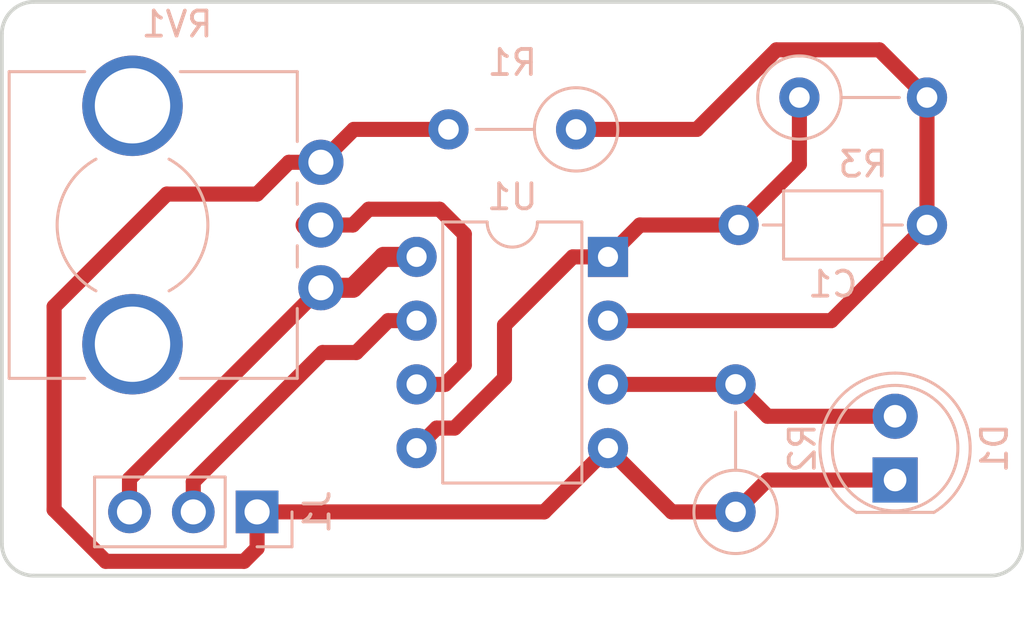
<source format=kicad_pcb>
(kicad_pcb (version 20170123) (host pcbnew "(2017-05-30 revision 8a82c9341)-master")

  (general
    (links 17)
    (no_connects 0)
    (area 140.224999 46.3025 182.2025 73.038333)
    (thickness 1.54)
    (drawings 8)
    (tracks 59)
    (zones 0)
    (modules 8)
    (nets 8)
  )

  (page A4)
  (layers
    (0 F.Cu signal)
    (31 B.Cu signal)
    (32 B.Adhes user)
    (34 B.Paste user)
    (36 B.SilkS user)
    (38 B.Mask user)
    (40 Dwgs.User user)
    (41 Cmts.User user)
    (42 Eco1.User user)
    (43 Eco2.User user)
    (44 Edge.Cuts user)
    (45 Margin user)
    (46 B.CrtYd user)
    (48 B.Fab user)
  )

  (setup
    (last_trace_width 0.6)
    (trace_clearance 0.82)
    (zone_clearance 0.508)
    (zone_45_only no)
    (trace_min 0.26)
    (segment_width 0.2)
    (edge_width 0.15)
    (via_size 0.83)
    (via_drill 0.82)
    (via_min_size 0.82)
    (via_min_drill 0.82)
    (uvia_size 0.3)
    (uvia_drill 0.1)
    (uvias_allowed no)
    (uvia_min_size 0.2)
    (uvia_min_drill 0.1)
    (pcb_text_width 0.3)
    (pcb_text_size 1.5 1.5)
    (mod_edge_width 0.15)
    (mod_text_size 1 1)
    (mod_text_width 0.15)
    (pad_size 4 4)
    (pad_drill 3)
    (pad_to_mask_clearance 0.2)
    (aux_axis_origin 0 0)
    (visible_elements FFFFFF7F)
    (pcbplotparams
      (layerselection 0x01000_7fffffff)
      (usegerberextensions false)
      (excludeedgelayer true)
      (linewidth 0.100000)
      (plotframeref false)
      (viasonmask false)
      (mode 1)
      (useauxorigin false)
      (hpglpennumber 1)
      (hpglpenspeed 20)
      (hpglpendiameter 15)
      (psnegative false)
      (psa4output false)
      (plotreference true)
      (plotvalue true)
      (plotinvisibletext false)
      (padsonsilk false)
      (subtractmaskfromsilk false)
      (outputformat 1)
      (mirror false)
      (drillshape 0)
      (scaleselection 1)
      (outputdirectory output/))
  )

  (net 0 "")
  (net 1 "Net-(C1-Pad2)")
  (net 2 GND)
  (net 3 "Net-(D1-Pad2)")
  (net 4 "Net-(C1-Pad1)")
  (net 5 "Net-(RV1-Pad2)")
  (net 6 +3V3)
  (net 7 /Vout)

  (net_class Default "This is the default net class."
    (clearance 0.82)
    (trace_width 0.6)
    (via_dia 0.83)
    (via_drill 0.82)
    (uvia_dia 0.3)
    (uvia_drill 0.1)
    (diff_pair_gap 0.82)
    (diff_pair_width 0.26)
    (add_net +3V3)
    (add_net /Vout)
    (add_net GND)
    (add_net "Net-(C1-Pad1)")
    (add_net "Net-(C1-Pad2)")
    (add_net "Net-(D1-Pad2)")
    (add_net "Net-(RV1-Pad2)")
  )

  (module Potentiometers:Potentiometer_Alps_RK09L_Sleve_Single_Horizontal (layer B.Cu) (tedit 58FC26CD) (tstamp 58FC3676)
    (at 153.67 58.38 180)
    (descr "Potentiometer, horizontally mounted, Omeg PC16PU, Omeg PC16PU, Omeg PC16PU, Vishay/Spectrol 248GJ/249GJ Single, Vishay/Spectrol 248GJ/249GJ Single, Vishay/Spectrol 248GJ/249GJ Single, Vishay/Spectrol 248GH/249GH Single, Vishay/Spectrol 148/149 Single, Vishay/Spectrol 148/149 Single, Vishay/Spectrol 148/149 Single, Vishay/Spectrol 148A/149A Single with mounting plates, Vishay/Spectrol 148/149 Double, Vishay/Spectrol 148A/149A Double with mounting plates, Piher PC-16 Single, Piher PC-16 Single, Piher PC-16 Single, Piher PC-16SV Single, Piher PC-16 Double, Piher PC-16 Triple, Piher T16H Single, Piher T16L Single, Piher T16H Double, Alps RK163 Single, Alps RK163 Double, Alps RK097 Single, Alps RK097 Double, Bourns PTV09A-2 Single with mounting sleve Single, Bourns PTV09A-1 with mounting sleve Single, Bourns PRS11S Single, Alps RK09K Single with mounting sleve Single, Alps RK09K with mounting sleve Single, Alps RK09L Single, Alps RK09L Single, http://www.alps.com/prod/info/E/HTML/Potentiometer/RotaryPotentiometers/RK09L/RK09L1140A5E.html")
    (tags "Potentiometer horizontal  Omeg PC16PU  Omeg PC16PU  Omeg PC16PU  Vishay/Spectrol 248GJ/249GJ Single  Vishay/Spectrol 248GJ/249GJ Single  Vishay/Spectrol 248GJ/249GJ Single  Vishay/Spectrol 248GH/249GH Single  Vishay/Spectrol 148/149 Single  Vishay/Spectrol 148/149 Single  Vishay/Spectrol 148/149 Single  Vishay/Spectrol 148A/149A Single with mounting plates  Vishay/Spectrol 148/149 Double  Vishay/Spectrol 148A/149A Double with mounting plates  Piher PC-16 Single  Piher PC-16 Single  Piher PC-16 Single  Piher PC-16SV Single  Piher PC-16 Double  Piher PC-16 Triple  Piher T16H Single  Piher T16L Single  Piher T16H Double  Alps RK163 Single  Alps RK163 Double  Alps RK097 Single  Alps RK097 Double  Bourns PTV09A-2 Single with mounting sleve Single  Bourns PTV09A-1 with mounting sleve Single  Bourns PRS11S Single  Alps RK09K Single with mounting sleve Single  Alps RK09K with mounting sleve Single  Alps RK09L Single  Alps RK09L Single")
    (path /58FBD677)
    (fp_text reference RV1 (at 5.725 10.5 180) (layer B.SilkS)
      (effects (font (size 1 1) (thickness 0.15)) (justify mirror))
    )
    (fp_text value POT (at 5.725 -5.5 180) (layer B.Fab)
      (effects (font (size 1 1) (thickness 0.15)) (justify mirror))
    )
    (fp_arc (start 7.5 2.5) (end 8.955 -0.124) (angle 122) (layer B.SilkS) (width 0.12))
    (fp_arc (start 7.5 2.5) (end 6.046 5.125) (angle 122) (layer B.SilkS) (width 0.12))
    (fp_circle (center 7.5 2.5) (end 12 2.5) (layer B.Fab) (width 0.1))
    (fp_circle (center 7.5 2.5) (end 10.5 2.5) (layer B.Fab) (width 0.1))
    (fp_line (start 1 8.55) (end 1 -3.55) (layer B.Fab) (width 0.1))
    (fp_line (start 1 -3.55) (end 12.35 -3.55) (layer B.Fab) (width 0.1))
    (fp_line (start 12.35 -3.55) (end 12.35 8.55) (layer B.Fab) (width 0.1))
    (fp_line (start 12.35 8.55) (end 1 8.55) (layer B.Fab) (width 0.1))
    (fp_line (start 0.94 8.61) (end 5.598 8.61) (layer B.SilkS) (width 0.12))
    (fp_line (start 9.403 8.61) (end 12.41 8.61) (layer B.SilkS) (width 0.12))
    (fp_line (start 0.94 -3.61) (end 5.598 -3.61) (layer B.SilkS) (width 0.12))
    (fp_line (start 9.403 -3.61) (end 12.41 -3.61) (layer B.SilkS) (width 0.12))
    (fp_line (start 0.94 8.61) (end 0.94 5.825) (layer B.SilkS) (width 0.12))
    (fp_line (start 0.94 4.175) (end 0.94 3.325) (layer B.SilkS) (width 0.12))
    (fp_line (start 0.94 1.675) (end 0.94 0.825) (layer B.SilkS) (width 0.12))
    (fp_line (start 0.94 -0.825) (end 0.94 -3.61) (layer B.SilkS) (width 0.12))
    (fp_line (start 12.41 8.61) (end 12.41 -3.61) (layer B.SilkS) (width 0.12))
    (fp_line (start -1.15 9.5) (end -1.15 -4.5) (layer B.CrtYd) (width 0.05))
    (fp_line (start -1.15 -4.5) (end 12.6 -4.5) (layer B.CrtYd) (width 0.05))
    (fp_line (start 12.6 -4.5) (end 12.6 9.5) (layer B.CrtYd) (width 0.05))
    (fp_line (start 12.6 9.5) (end -1.15 9.5) (layer B.CrtYd) (width 0.05))
    (pad 3 thru_hole circle (at 0 5 180) (size 1.8 1.8) (drill 1) (layers *.Cu *.Mask)
      (net 2 GND))
    (pad 2 thru_hole circle (at 0 2.5 180) (size 1.8 1.8) (drill 1) (layers *.Cu *.Mask)
      (net 5 "Net-(RV1-Pad2)"))
    (pad 1 thru_hole circle (at 0 0 180) (size 1.8 1.8) (drill 1) (layers *.Cu *.Mask)
      (net 6 +3V3))
    (pad "" np_thru_hole circle (at 7.5 7.25 180) (size 4 4) (drill 3) (layers *.Cu *.Mask))
    (pad "" np_thru_hole circle (at 7.5 -2.25 180) (size 4 4) (drill 3) (layers *.Cu *.Mask))
    (model Potentiometers.3dshapes/Potentiometer_Alps_RK09L_Sleve_Single_Horizontal.wrl
      (at (xyz 0 0 0))
      (scale (xyz 0.393701 0.393701 0.393701))
      (rotate (xyz 0 0 0))
    )
  )

  (module Housings_DIP:DIP-8_W7.62mm (layer B.Cu) (tedit 586281B4) (tstamp 5922C899)
    (at 165.1 57.15 180)
    (descr "8-lead dip package, row spacing 7.62 mm (300 mils)")
    (tags "DIL DIP PDIP 2.54mm 7.62mm 300mil")
    (path /58FBD66A)
    (fp_text reference U1 (at 3.81 2.39 180) (layer B.SilkS)
      (effects (font (size 1 1) (thickness 0.15)) (justify mirror))
    )
    (fp_text value LMC6482 (at 3.81 -10.01 180) (layer B.Fab)
      (effects (font (size 1 1) (thickness 0.15)) (justify mirror))
    )
    (fp_arc (start 3.81 1.39) (end 2.81 1.39) (angle 180) (layer B.SilkS) (width 0.12))
    (fp_line (start 1.635 1.27) (end 6.985 1.27) (layer B.Fab) (width 0.1))
    (fp_line (start 6.985 1.27) (end 6.985 -8.89) (layer B.Fab) (width 0.1))
    (fp_line (start 6.985 -8.89) (end 0.635 -8.89) (layer B.Fab) (width 0.1))
    (fp_line (start 0.635 -8.89) (end 0.635 0.27) (layer B.Fab) (width 0.1))
    (fp_line (start 0.635 0.27) (end 1.635 1.27) (layer B.Fab) (width 0.1))
    (fp_line (start 2.81 1.39) (end 1.04 1.39) (layer B.SilkS) (width 0.12))
    (fp_line (start 1.04 1.39) (end 1.04 -9.01) (layer B.SilkS) (width 0.12))
    (fp_line (start 1.04 -9.01) (end 6.58 -9.01) (layer B.SilkS) (width 0.12))
    (fp_line (start 6.58 -9.01) (end 6.58 1.39) (layer B.SilkS) (width 0.12))
    (fp_line (start 6.58 1.39) (end 4.81 1.39) (layer B.SilkS) (width 0.12))
    (fp_line (start -1.1 1.6) (end -1.1 -9.2) (layer B.CrtYd) (width 0.05))
    (fp_line (start -1.1 -9.2) (end 8.7 -9.2) (layer B.CrtYd) (width 0.05))
    (fp_line (start 8.7 -9.2) (end 8.7 1.6) (layer B.CrtYd) (width 0.05))
    (fp_line (start 8.7 1.6) (end -1.1 1.6) (layer B.CrtYd) (width 0.05))
    (pad 1 thru_hole rect (at 0 0 180) (size 1.6 1.6) (drill 0.8) (layers *.Cu *.Mask)
      (net 4 "Net-(C1-Pad1)"))
    (pad 5 thru_hole oval (at 7.62 -7.62 180) (size 1.6 1.6) (drill 0.8) (layers *.Cu *.Mask)
      (net 4 "Net-(C1-Pad1)"))
    (pad 2 thru_hole oval (at 0 -2.54 180) (size 1.6 1.6) (drill 0.8) (layers *.Cu *.Mask)
      (net 1 "Net-(C1-Pad2)"))
    (pad 6 thru_hole oval (at 7.62 -5.08 180) (size 1.6 1.6) (drill 0.8) (layers *.Cu *.Mask)
      (net 5 "Net-(RV1-Pad2)"))
    (pad 3 thru_hole oval (at 0 -5.08 180) (size 1.6 1.6) (drill 0.8) (layers *.Cu *.Mask)
      (net 3 "Net-(D1-Pad2)"))
    (pad 7 thru_hole oval (at 7.62 -2.54 180) (size 1.6 1.6) (drill 0.8) (layers *.Cu *.Mask)
      (net 7 /Vout))
    (pad 4 thru_hole oval (at 0 -7.62 180) (size 1.6 1.6) (drill 0.8) (layers *.Cu *.Mask)
      (net 2 GND))
    (pad 8 thru_hole oval (at 7.62 0 180) (size 1.6 1.6) (drill 0.8) (layers *.Cu *.Mask)
      (net 6 +3V3))
    (model Housings_DIP.3dshapes/DIP-8_W7.62mm.wrl
      (at (xyz 0 0 0))
      (scale (xyz 1 1 1))
      (rotate (xyz 0 0 0))
    )
  )

  (module Pin_Headers:Pin_Header_Straight_1x03_Pitch2.54mm (layer B.Cu) (tedit 593371E6) (tstamp 5908669A)
    (at 151.13 67.31 90)
    (descr "Through hole straight pin header, 1x03, 2.54mm pitch, single row")
    (tags "Through hole pin header THT 1x03 2.54mm single row")
    (path /58FC2403)
    (fp_text reference J1 (at 0 2.39 90) (layer B.SilkS)
      (effects (font (size 1 1) (thickness 0.15)) (justify mirror))
    )
    (fp_text value CONN_01X03 (at 0 -7.47 90) (layer B.Fab)
      (effects (font (size 1 1) (thickness 0.15)) (justify mirror))
    )
    (fp_line (start -1.27 1.27) (end -1.27 -6.35) (layer B.Fab) (width 0.1))
    (fp_line (start -1.27 -6.35) (end 1.27 -6.35) (layer B.Fab) (width 0.1))
    (fp_line (start 1.27 -6.35) (end 1.27 1.27) (layer B.Fab) (width 0.1))
    (fp_line (start 1.27 1.27) (end -1.27 1.27) (layer B.Fab) (width 0.1))
    (fp_line (start -1.39 -1.27) (end -1.39 -6.47) (layer B.SilkS) (width 0.12))
    (fp_line (start -1.39 -6.47) (end 1.39 -6.47) (layer B.SilkS) (width 0.12))
    (fp_line (start 1.39 -6.47) (end 1.39 -1.27) (layer B.SilkS) (width 0.12))
    (fp_line (start 1.39 -1.27) (end -1.39 -1.27) (layer B.SilkS) (width 0.12))
    (fp_line (start -1.39 0) (end -1.39 1.39) (layer B.SilkS) (width 0.12))
    (fp_line (start -1.39 1.39) (end 0 1.39) (layer B.SilkS) (width 0.12))
    (fp_line (start -1.6 1.6) (end -1.6 -6.6) (layer B.CrtYd) (width 0.05))
    (fp_line (start -1.6 -6.6) (end 1.6 -6.6) (layer B.CrtYd) (width 0.05))
    (fp_line (start 1.6 -6.6) (end 1.6 1.6) (layer B.CrtYd) (width 0.05))
    (fp_line (start 1.6 1.6) (end -1.6 1.6) (layer B.CrtYd) (width 0.05))
    (pad 1 thru_hole rect (at 0 0 90) (size 1.7 1.7) (drill 1) (layers *.Cu *.Mask)
      (net 2 GND))
    (pad 2 thru_hole oval (at 0 -2.54 90) (size 1.7 1.7) (drill 1) (layers *.Cu *.Mask)
      (net 7 /Vout))
    (pad 3 thru_hole oval (at 0 -5.08 90) (size 1.7 1.7) (drill 1) (layers *.Cu *.Mask)
      (net 6 +3V3))
    (model Pin_Headers.3dshapes/Pin_Header_Straight_1x03_Pitch2.54mm.wrl
      (at (xyz 0 -0.1 0))
      (scale (xyz 1 1 1))
      (rotate (xyz 0 0 90))
    )
  )

  (module Capacitors_THT:C_Axial_L3.8mm_D2.6mm_P7.50mm_Horizontal (layer B.Cu) (tedit 58FC0FA2) (tstamp 58FC3746)
    (at 170.3 55.88)
    (descr "C, Axial series, Axial, Horizontal, pin pitch=7.5mm, , length*diameter=3.8*2.6mm^2, http://www.vishay.com/docs/45231/arseries.pdf")
    (tags "C Axial series Axial Horizontal pin pitch 7.5mm  length 3.8mm diameter 2.6mm")
    (path /58FBD672)
    (fp_text reference C1 (at 3.75 2.36) (layer B.SilkS)
      (effects (font (size 1 1) (thickness 0.15)) (justify mirror))
    )
    (fp_text value 1u (at 3.75 -2.36) (layer B.Fab)
      (effects (font (size 1 1) (thickness 0.15)) (justify mirror))
    )
    (fp_line (start 1.85 1.3) (end 1.85 -1.3) (layer B.Fab) (width 0.1))
    (fp_line (start 1.85 -1.3) (end 5.65 -1.3) (layer B.Fab) (width 0.1))
    (fp_line (start 5.65 -1.3) (end 5.65 1.3) (layer B.Fab) (width 0.1))
    (fp_line (start 5.65 1.3) (end 1.85 1.3) (layer B.Fab) (width 0.1))
    (fp_line (start 0 0) (end 1.85 0) (layer B.Fab) (width 0.1))
    (fp_line (start 7.5 0) (end 5.65 0) (layer B.Fab) (width 0.1))
    (fp_line (start 1.79 1.36) (end 1.79 -1.36) (layer B.SilkS) (width 0.12))
    (fp_line (start 1.79 -1.36) (end 5.71 -1.36) (layer B.SilkS) (width 0.12))
    (fp_line (start 5.71 -1.36) (end 5.71 1.36) (layer B.SilkS) (width 0.12))
    (fp_line (start 5.71 1.36) (end 1.79 1.36) (layer B.SilkS) (width 0.12))
    (fp_line (start 0.98 0) (end 1.79 0) (layer B.SilkS) (width 0.12))
    (fp_line (start 6.52 0) (end 5.71 0) (layer B.SilkS) (width 0.12))
    (fp_line (start -1.05 1.65) (end -1.05 -1.65) (layer B.CrtYd) (width 0.05))
    (fp_line (start -1.05 -1.65) (end 8.55 -1.65) (layer B.CrtYd) (width 0.05))
    (fp_line (start 8.55 -1.65) (end 8.55 1.65) (layer B.CrtYd) (width 0.05))
    (fp_line (start 8.55 1.65) (end -1.05 1.65) (layer B.CrtYd) (width 0.05))
    (pad 1 thru_hole circle (at 0 0) (size 1.6 1.6) (drill 0.82) (layers *.Cu *.Mask)
      (net 4 "Net-(C1-Pad1)"))
    (pad 2 thru_hole oval (at 7.5 0) (size 1.6 1.6) (drill 0.82) (layers *.Cu *.Mask)
      (net 1 "Net-(C1-Pad2)"))
    (model Capacitors_THT.3dshapes/C_Axial_L3.8mm_D2.6mm_P7.50mm_Horizontal.wrl
      (at (xyz 0 0 0))
      (scale (xyz 0.393701 0.393701 0.393701))
      (rotate (xyz 0 0 0))
    )
  )

  (module LEDs:LED_D5.0mm (layer B.Cu) (tedit 58FC0FA6) (tstamp 58FC36C1)
    (at 176.53 66.04 90)
    (descr "LED, diameter 5.0mm, 2 pins, http://cdn-reichelt.de/documents/datenblatt/A500/LL-504BC2E-009.pdf")
    (tags "LED diameter 5.0mm 2 pins")
    (path /58FBD66F)
    (fp_text reference D1 (at 1.27 3.96 90) (layer B.SilkS)
      (effects (font (size 1 1) (thickness 0.15)) (justify mirror))
    )
    (fp_text value LED (at 1.27 -3.96 90) (layer B.Fab)
      (effects (font (size 1 1) (thickness 0.15)) (justify mirror))
    )
    (fp_arc (start 1.27 0) (end -1.23 1.469694) (angle -299.1) (layer B.Fab) (width 0.1))
    (fp_arc (start 1.27 0) (end -1.29 1.54483) (angle -148.9) (layer B.SilkS) (width 0.12))
    (fp_arc (start 1.27 0) (end -1.29 -1.54483) (angle 148.9) (layer B.SilkS) (width 0.12))
    (fp_circle (center 1.27 0) (end 3.77 0) (layer B.Fab) (width 0.1))
    (fp_circle (center 1.27 0) (end 3.77 0) (layer B.SilkS) (width 0.12))
    (fp_line (start -1.23 1.469694) (end -1.23 -1.469694) (layer B.Fab) (width 0.1))
    (fp_line (start -1.29 1.545) (end -1.29 -1.545) (layer B.SilkS) (width 0.12))
    (fp_line (start -1.95 3.25) (end -1.95 -3.25) (layer B.CrtYd) (width 0.05))
    (fp_line (start -1.95 -3.25) (end 4.5 -3.25) (layer B.CrtYd) (width 0.05))
    (fp_line (start 4.5 -3.25) (end 4.5 3.25) (layer B.CrtYd) (width 0.05))
    (fp_line (start 4.5 3.25) (end -1.95 3.25) (layer B.CrtYd) (width 0.05))
    (pad 1 thru_hole rect (at 0 0 90) (size 1.8 1.8) (drill 0.9) (layers *.Cu *.Mask)
      (net 2 GND))
    (pad 2 thru_hole circle (at 2.54 0 90) (size 1.8 1.8) (drill 0.9) (layers *.Cu *.Mask)
      (net 3 "Net-(D1-Pad2)"))
    (model LEDs.3dshapes/LED_D5.0mm.wrl
      (at (xyz 0 0 0))
      (scale (xyz 0.393701 0.393701 0.393701))
      (rotate (xyz 0 0 0))
    )
  )

  (module Resistors_THT:R_Axial_DIN0309_L9.0mm_D3.2mm_P5.08mm_Vertical (layer B.Cu) (tedit 58FC0F9F) (tstamp 58FC363E)
    (at 172.72 50.8)
    (descr "Resistor, Axial_DIN0309 series, Axial, Vertical, pin pitch=5.08mm, 0.5W = 1/2W, length*diameter=9*3.2mm^2, http://cdn-reichelt.de/documents/datenblatt/B400/1_4W%23YAG.pdf")
    (tags "Resistor Axial_DIN0309 series Axial Vertical pin pitch 5.08mm 0.5W = 1/2W length 9mm diameter 3.2mm")
    (path /58FBD66D)
    (fp_text reference R3 (at 2.54 2.66) (layer B.SilkS)
      (effects (font (size 1 1) (thickness 0.15)) (justify mirror))
    )
    (fp_text value 47k (at 2.54 -2.66) (layer B.Fab)
      (effects (font (size 1 1) (thickness 0.15)) (justify mirror))
    )
    (fp_circle (center 0 0) (end 1.6 0) (layer B.Fab) (width 0.1))
    (fp_circle (center 0 0) (end 1.66 0) (layer B.SilkS) (width 0.12))
    (fp_line (start 0 0) (end 5.08 0) (layer B.Fab) (width 0.1))
    (fp_line (start 1.66 0) (end 3.98 0) (layer B.SilkS) (width 0.12))
    (fp_line (start -1.95 1.95) (end -1.95 -1.95) (layer B.CrtYd) (width 0.05))
    (fp_line (start -1.95 -1.95) (end 6.2 -1.95) (layer B.CrtYd) (width 0.05))
    (fp_line (start 6.2 -1.95) (end 6.2 1.95) (layer B.CrtYd) (width 0.05))
    (fp_line (start 6.2 1.95) (end -1.95 1.95) (layer B.CrtYd) (width 0.05))
    (pad 1 thru_hole circle (at 0 0) (size 1.6 1.6) (drill 0.82) (layers *.Cu *.Mask)
      (net 4 "Net-(C1-Pad1)"))
    (pad 2 thru_hole oval (at 5.08 0) (size 1.6 1.6) (drill 0.82) (layers *.Cu *.Mask)
      (net 1 "Net-(C1-Pad2)"))
    (model Resistors_THT.3dshapes/R_Axial_DIN0309_L9.0mm_D3.2mm_P5.08mm_Vertical.wrl
      (at (xyz 0 0 0))
      (scale (xyz 0.393701 0.393701 0.393701))
      (rotate (xyz 0 0 0))
    )
  )

  (module Resistors_THT:R_Axial_DIN0309_L9.0mm_D3.2mm_P5.08mm_Vertical (layer B.Cu) (tedit 58FC0F9B) (tstamp 58FC3616)
    (at 170.18 67.31 90)
    (descr "Resistor, Axial_DIN0309 series, Axial, Vertical, pin pitch=5.08mm, 0.5W = 1/2W, length*diameter=9*3.2mm^2, http://cdn-reichelt.de/documents/datenblatt/B400/1_4W%23YAG.pdf")
    (tags "Resistor Axial_DIN0309 series Axial Vertical pin pitch 5.08mm 0.5W = 1/2W length 9mm diameter 3.2mm")
    (path /58FBD66E)
    (fp_text reference R2 (at 2.54 2.66 90) (layer B.SilkS)
      (effects (font (size 1 1) (thickness 0.15)) (justify mirror))
    )
    (fp_text value 1M (at 2.54 -2.66 90) (layer B.Fab)
      (effects (font (size 1 1) (thickness 0.15)) (justify mirror))
    )
    (fp_line (start 6.2 1.95) (end -1.95 1.95) (layer B.CrtYd) (width 0.05))
    (fp_line (start 6.2 -1.95) (end 6.2 1.95) (layer B.CrtYd) (width 0.05))
    (fp_line (start -1.95 -1.95) (end 6.2 -1.95) (layer B.CrtYd) (width 0.05))
    (fp_line (start -1.95 1.95) (end -1.95 -1.95) (layer B.CrtYd) (width 0.05))
    (fp_line (start 1.66 0) (end 3.98 0) (layer B.SilkS) (width 0.12))
    (fp_line (start 0 0) (end 5.08 0) (layer B.Fab) (width 0.1))
    (fp_circle (center 0 0) (end 1.66 0) (layer B.SilkS) (width 0.12))
    (fp_circle (center 0 0) (end 1.6 0) (layer B.Fab) (width 0.1))
    (pad 2 thru_hole oval (at 5.08 0 90) (size 1.6 1.6) (drill 0.82) (layers *.Cu *.Mask)
      (net 3 "Net-(D1-Pad2)"))
    (pad 1 thru_hole circle (at 0 0 90) (size 1.6 1.6) (drill 0.82) (layers *.Cu *.Mask)
      (net 2 GND))
    (model Resistors_THT.3dshapes/R_Axial_DIN0309_L9.0mm_D3.2mm_P5.08mm_Vertical.wrl
      (at (xyz 0 0 0))
      (scale (xyz 0.393701 0.393701 0.393701))
      (rotate (xyz 0 0 0))
    )
  )

  (module Resistors_THT:R_Axial_DIN0309_L9.0mm_D3.2mm_P5.08mm_Vertical (layer B.Cu) (tedit 58FC0F8F) (tstamp 58FC35EE)
    (at 163.83 52.07 180)
    (descr "Resistor, Axial_DIN0309 series, Axial, Vertical, pin pitch=5.08mm, 0.5W = 1/2W, length*diameter=9*3.2mm^2, http://cdn-reichelt.de/documents/datenblatt/B400/1_4W%23YAG.pdf")
    (tags "Resistor Axial_DIN0309 series Axial Vertical pin pitch 5.08mm 0.5W = 1/2W length 9mm diameter 3.2mm")
    (path /58FBD66C)
    (fp_text reference R1 (at 2.54 2.66 180) (layer B.SilkS)
      (effects (font (size 1 1) (thickness 0.15)) (justify mirror))
    )
    (fp_text value 1k (at 2.54 -2.66 180) (layer B.Fab)
      (effects (font (size 1 1) (thickness 0.15)) (justify mirror))
    )
    (fp_circle (center 0 0) (end 1.6 0) (layer B.Fab) (width 0.1))
    (fp_circle (center 0 0) (end 1.66 0) (layer B.SilkS) (width 0.12))
    (fp_line (start 0 0) (end 5.08 0) (layer B.Fab) (width 0.1))
    (fp_line (start 1.66 0) (end 3.98 0) (layer B.SilkS) (width 0.12))
    (fp_line (start -1.95 1.95) (end -1.95 -1.95) (layer B.CrtYd) (width 0.05))
    (fp_line (start -1.95 -1.95) (end 6.2 -1.95) (layer B.CrtYd) (width 0.05))
    (fp_line (start 6.2 -1.95) (end 6.2 1.95) (layer B.CrtYd) (width 0.05))
    (fp_line (start 6.2 1.95) (end -1.95 1.95) (layer B.CrtYd) (width 0.05))
    (pad 1 thru_hole circle (at 0 0 180) (size 1.6 1.6) (drill 0.82) (layers *.Cu *.Mask)
      (net 1 "Net-(C1-Pad2)"))
    (pad 2 thru_hole oval (at 5.08 0 180) (size 1.6 1.6) (drill 0.82) (layers *.Cu *.Mask)
      (net 2 GND))
    (model Resistors_THT.3dshapes/R_Axial_DIN0309_L9.0mm_D3.2mm_P5.08mm_Vertical.wrl
      (at (xyz 0 0 0))
      (scale (xyz 0.393701 0.393701 0.393701))
      (rotate (xyz 0 0 0))
    )
  )

  (gr_line (start 180.34 46.99) (end 142.24 46.99) (layer Edge.Cuts) (width 0.15))
  (gr_line (start 181.61 68.58) (end 181.61 48.26) (layer Edge.Cuts) (width 0.15))
  (gr_line (start 142.24 69.85) (end 180.34 69.85) (layer Edge.Cuts) (width 0.15))
  (gr_line (start 140.97 48.26) (end 140.97 68.58) (layer Edge.Cuts) (width 0.15))
  (gr_arc (start 142.24 68.58) (end 140.97 68.58) (angle -90) (layer Edge.Cuts) (width 0.15))
  (gr_arc (start 180.34 68.58) (end 180.34 69.85) (angle -90) (layer Edge.Cuts) (width 0.15))
  (gr_arc (start 180.34 48.26) (end 181.61 48.26) (angle -90) (layer Edge.Cuts) (width 0.15))
  (gr_arc (start 142.24 48.26) (end 142.24 46.99) (angle -90) (layer Edge.Cuts) (width 0.15))

  (segment (start 165.1 59.69) (end 173.99 59.69) (width 0.6) (layer F.Cu) (net 1))
  (segment (start 173.99 59.69) (end 177.8 55.88) (width 0.6) (layer F.Cu) (net 1))
  (segment (start 177.8 50.8) (end 177.8 55.88) (width 0.6) (layer F.Cu) (net 1))
  (segment (start 163.83 52.07) (end 168.637998 52.07) (width 0.6) (layer F.Cu) (net 1))
  (segment (start 168.637998 52.07) (end 171.807999 48.899999) (width 0.6) (layer F.Cu) (net 1))
  (segment (start 171.807999 48.899999) (end 175.899999 48.899999) (width 0.6) (layer F.Cu) (net 1))
  (segment (start 175.899999 48.899999) (end 177.000001 50.000001) (width 0.6) (layer F.Cu) (net 1))
  (segment (start 177.000001 50.000001) (end 177.8 50.8) (width 0.6) (layer F.Cu) (net 1))
  (segment (start 153.67 53.38) (end 152.397208 53.38) (width 0.6) (layer F.Cu) (net 2))
  (segment (start 151.13 54.647208) (end 147.53519 54.647208) (width 0.6) (layer F.Cu) (net 2))
  (segment (start 147.53519 54.647208) (end 143.049999 59.132399) (width 0.6) (layer F.Cu) (net 2))
  (segment (start 152.397208 53.38) (end 151.13 54.647208) (width 0.6) (layer F.Cu) (net 2))
  (segment (start 143.049999 59.132399) (end 143.049999 67.225601) (width 0.6) (layer F.Cu) (net 2))
  (segment (start 143.049999 67.225601) (end 145.104399 69.280001) (width 0.6) (layer F.Cu) (net 2))
  (segment (start 145.104399 69.280001) (end 150.609999 69.280001) (width 0.6) (layer F.Cu) (net 2))
  (segment (start 150.609999 69.280001) (end 151.13 68.76) (width 0.6) (layer F.Cu) (net 2))
  (segment (start 151.13 68.76) (end 151.13 67.31) (width 0.6) (layer F.Cu) (net 2))
  (segment (start 165.1 64.77) (end 162.56 67.31) (width 0.6) (layer F.Cu) (net 2))
  (segment (start 162.56 67.31) (end 151.13 67.31) (width 0.6) (layer F.Cu) (net 2))
  (segment (start 170.18 67.31) (end 167.64 67.31) (width 0.6) (layer F.Cu) (net 2))
  (segment (start 167.64 67.31) (end 165.1 64.77) (width 0.6) (layer F.Cu) (net 2))
  (segment (start 176.53 66.04) (end 171.45 66.04) (width 0.6) (layer F.Cu) (net 2))
  (segment (start 171.45 66.04) (end 170.18 67.31) (width 0.6) (layer F.Cu) (net 2))
  (segment (start 158.75 52.07) (end 154.98 52.07) (width 0.6) (layer F.Cu) (net 2))
  (segment (start 154.98 52.07) (end 153.67 53.38) (width 0.6) (layer F.Cu) (net 2))
  (segment (start 176.53 63.5) (end 171.45 63.5) (width 0.6) (layer F.Cu) (net 3))
  (segment (start 171.45 63.5) (end 170.18 62.23) (width 0.6) (layer F.Cu) (net 3))
  (segment (start 165.1 62.23) (end 170.18 62.23) (width 0.6) (layer F.Cu) (net 3))
  (segment (start 165.1 57.15) (end 163.7 57.15) (width 0.6) (layer F.Cu) (net 4))
  (segment (start 163.7 57.15) (end 160.980011 59.869989) (width 0.6) (layer F.Cu) (net 4))
  (segment (start 160.980011 59.869989) (end 160.98001 61.982694) (width 0.6) (layer F.Cu) (net 4))
  (segment (start 160.98001 61.982694) (end 158.992703 63.970001) (width 0.6) (layer F.Cu) (net 4))
  (segment (start 158.992703 63.970001) (end 158.279999 63.970001) (width 0.6) (layer F.Cu) (net 4))
  (segment (start 158.279999 63.970001) (end 157.48 64.77) (width 0.6) (layer F.Cu) (net 4))
  (segment (start 170.3 55.88) (end 166.37 55.88) (width 0.6) (layer F.Cu) (net 4))
  (segment (start 166.37 55.88) (end 165.1 57.15) (width 0.6) (layer F.Cu) (net 4))
  (segment (start 172.72 50.8) (end 172.72 53.46) (width 0.6) (layer F.Cu) (net 4))
  (segment (start 172.72 53.46) (end 170.3 55.88) (width 0.6) (layer F.Cu) (net 4))
  (segment (start 153.67 55.88) (end 154.942792 55.88) (width 0.6) (layer F.Cu) (net 5))
  (segment (start 154.942792 55.88) (end 155.572793 55.249999) (width 0.6) (layer F.Cu) (net 5))
  (segment (start 155.572793 55.249999) (end 158.392001 55.249999) (width 0.6) (layer F.Cu) (net 5))
  (segment (start 158.392001 55.249999) (end 159.380001 56.237999) (width 0.6) (layer F.Cu) (net 5))
  (segment (start 159.380001 56.237999) (end 159.380001 61.461369) (width 0.6) (layer F.Cu) (net 5))
  (segment (start 159.380001 61.461369) (end 158.61137 62.23) (width 0.6) (layer F.Cu) (net 5))
  (segment (start 158.61137 62.23) (end 157.48 62.23) (width 0.6) (layer F.Cu) (net 5))
  (segment (start 153.67 55.88) (end 153.061998 55.88) (width 0.8) (layer F.Cu) (net 5))
  (segment (start 146.05 67.31) (end 146.05 66) (width 0.6) (layer F.Cu) (net 6))
  (segment (start 146.05 66) (end 153.67 58.38) (width 0.6) (layer F.Cu) (net 6))
  (segment (start 153.67 58.38) (end 154.942792 58.38) (width 0.8) (layer F.Cu) (net 6))
  (segment (start 154.942792 58.38) (end 156.172792 57.15) (width 0.8) (layer F.Cu) (net 6))
  (segment (start 156.172792 57.15) (end 156.34863 57.15) (width 0.8) (layer F.Cu) (net 6))
  (segment (start 156.34863 57.15) (end 157.48 57.15) (width 0.8) (layer F.Cu) (net 6))
  (segment (start 157.059998 57.15) (end 157.48 57.15) (width 0.8) (layer F.Cu) (net 6))
  (segment (start 154.278002 58.38) (end 153.67 58.38) (width 0.8) (layer F.Cu) (net 6))
  (segment (start 148.59 67.31) (end 148.59 66.107919) (width 0.6) (layer F.Cu) (net 7))
  (segment (start 148.59 66.107919) (end 153.737919 60.96) (width 0.6) (layer F.Cu) (net 7))
  (segment (start 153.737919 60.96) (end 155.07863 60.96) (width 0.6) (layer F.Cu) (net 7))
  (segment (start 155.07863 60.96) (end 156.34863 59.69) (width 0.6) (layer F.Cu) (net 7))
  (segment (start 156.34863 59.69) (end 157.48 59.69) (width 0.6) (layer F.Cu) (net 7))

)

</source>
